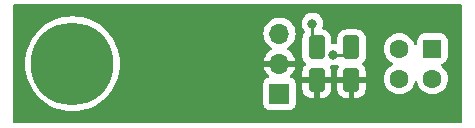
<source format=gbr>
%TF.SameCoordinates,Original*%
%TF.FileFunction,Copper,L2,Bot*%
%TF.FilePolarity,Positive*%
%FSLAX46Y46*%
G04 Gerber Fmt 4.6, Leading zero omitted, Abs format (unit mm)*
G04 Created by KiCad (PCBNEW (7.0.0)) date 2023-11-11 01:00:00*
%MOMM*%
%LPD*%
G01*
G04 APERTURE LIST*
G04 Aperture macros list*
%AMRoundRect*
0 Rectangle with rounded corners*
0 $1 Rounding radius*
0 $2 $3 $4 $5 $6 $7 $8 $9 X,Y pos of 4 corners*
0 Add a 4 corners polygon primitive as box body*
4,1,4,$2,$3,$4,$5,$6,$7,$8,$9,$2,$3,0*
0 Add four circle primitives for the rounded corners*
1,1,$1+$1,$2,$3*
1,1,$1+$1,$4,$5*
1,1,$1+$1,$6,$7*
1,1,$1+$1,$8,$9*
0 Add four rect primitives between the rounded corners*
20,1,$1+$1,$2,$3,$4,$5,0*
20,1,$1+$1,$4,$5,$6,$7,0*
20,1,$1+$1,$6,$7,$8,$9,0*
20,1,$1+$1,$8,$9,$2,$3,0*%
G04 Aperture macros list end*
%TA.AperFunction,ComponentPad*%
%ADD10R,1.700000X1.700000*%
%TD*%
%TA.AperFunction,ComponentPad*%
%ADD11O,1.700000X1.700000*%
%TD*%
%TA.AperFunction,ComponentPad*%
%ADD12C,3.900000*%
%TD*%
%TA.AperFunction,ConnectorPad*%
%ADD13C,7.000000*%
%TD*%
%TA.AperFunction,ComponentPad*%
%ADD14RoundRect,0.249600X0.550400X0.550400X-0.550400X0.550400X-0.550400X-0.550400X0.550400X-0.550400X0*%
%TD*%
%TA.AperFunction,ComponentPad*%
%ADD15C,1.600000*%
%TD*%
%TA.AperFunction,SMDPad,CuDef*%
%ADD16RoundRect,0.291200X-0.408800X0.708800X-0.408800X-0.708800X0.408800X-0.708800X0.408800X0.708800X0*%
%TD*%
%TA.AperFunction,ViaPad*%
%ADD17C,0.800000*%
%TD*%
%TA.AperFunction,Conductor*%
%ADD18C,0.250000*%
%TD*%
G04 APERTURE END LIST*
D10*
%TO.P,J0,1,Pin_1*%
%TO.N,Net-(J0-Pin_1)*%
X122935999Y-100314999D03*
D11*
%TO.P,J0,2,Pin_2*%
%TO.N,GND*%
X122935999Y-97774999D03*
%TO.P,J0,3,Pin_3*%
%TO.N,Net-(J0-Pin_3)*%
X122935999Y-95234999D03*
%TD*%
D12*
%TO.P,H0,1*%
%TO.N,N/C*%
X105410000Y-97790000D03*
D13*
X105410000Y-97790000D03*
%TD*%
D14*
%TO.P,U1,1,A*%
%TO.N,Net-(J0-Pin_1)*%
X135890000Y-96520000D03*
D15*
%TO.P,U1,2,K*%
%TO.N,Net-(U1-K)*%
X135890000Y-99060000D03*
%TO.P,U1,3,C*%
%TO.N,Net-(J0-Pin_1)*%
X133090000Y-99060000D03*
%TO.P,U1,4,E*%
%TO.N,Net-(J0-Pin_3)*%
X133090000Y-96520000D03*
%TD*%
D16*
%TO.P,R1,1*%
%TO.N,Net-(R1-Pad1)*%
X126082000Y-96390000D03*
%TO.P,R1,2*%
%TO.N,GND*%
X126082000Y-99190000D03*
%TD*%
%TO.P,R2,1*%
%TO.N,Net-(J0-Pin_3)*%
X129032000Y-96390000D03*
%TO.P,R2,2*%
%TO.N,GND*%
X129032000Y-99190000D03*
%TD*%
D17*
%TO.N,Net-(J0-Pin_3)*%
X127508000Y-97028000D03*
%TO.N,Net-(R1-Pad1)*%
X125730000Y-94386400D03*
%TD*%
D18*
%TO.N,Net-(J0-Pin_3)*%
X127508000Y-97028000D02*
X128394000Y-97028000D01*
X128394000Y-97028000D02*
X129032000Y-96390000D01*
%TO.N,Net-(R1-Pad1)*%
X125730000Y-94386400D02*
X125730000Y-96038000D01*
X125730000Y-96038000D02*
X126082000Y-96390000D01*
%TD*%
%TA.AperFunction,Conductor*%
%TO.N,GND*%
G36*
X138342500Y-92752113D02*
G01*
X138387887Y-92797500D01*
X138404500Y-92859500D01*
X138404500Y-102720500D01*
X138387887Y-102782500D01*
X138342500Y-102827887D01*
X138280500Y-102844500D01*
X100479500Y-102844500D01*
X100417500Y-102827887D01*
X100372113Y-102782500D01*
X100355500Y-102720500D01*
X100355500Y-97790000D01*
X101396666Y-97790000D01*
X101396815Y-97793033D01*
X101415841Y-98180335D01*
X101415842Y-98180347D01*
X101415991Y-98183376D01*
X101416435Y-98186372D01*
X101416437Y-98186388D01*
X101473336Y-98569964D01*
X101473781Y-98572963D01*
X101474515Y-98575894D01*
X101474517Y-98575903D01*
X101568740Y-98952062D01*
X101568744Y-98952077D01*
X101569479Y-98955009D01*
X101702163Y-99325836D01*
X101703461Y-99328580D01*
X101703465Y-99328590D01*
X101791226Y-99514146D01*
X101870555Y-99681873D01*
X102073035Y-100019689D01*
X102307651Y-100336032D01*
X102572144Y-100627856D01*
X102863968Y-100892349D01*
X103180311Y-101126965D01*
X103518127Y-101329445D01*
X103874164Y-101497837D01*
X104244991Y-101630521D01*
X104627037Y-101726219D01*
X105016624Y-101784009D01*
X105410000Y-101803334D01*
X105803376Y-101784009D01*
X106192963Y-101726219D01*
X106575009Y-101630521D01*
X106945836Y-101497837D01*
X107301873Y-101329445D01*
X107495084Y-101213638D01*
X121577500Y-101213638D01*
X121584011Y-101274201D01*
X121586717Y-101281458D01*
X121586719Y-101281463D01*
X121604616Y-101329445D01*
X121635111Y-101411204D01*
X121722739Y-101528261D01*
X121839796Y-101615889D01*
X121976799Y-101666989D01*
X122037362Y-101673500D01*
X123831328Y-101673500D01*
X123834638Y-101673500D01*
X123895201Y-101666989D01*
X124032204Y-101615889D01*
X124149261Y-101528261D01*
X124236889Y-101411204D01*
X124287989Y-101274201D01*
X124294500Y-101213638D01*
X124294500Y-99939743D01*
X124882001Y-99939743D01*
X124882391Y-99946694D01*
X124896177Y-100069050D01*
X124899256Y-100082545D01*
X124953544Y-100237692D01*
X124959545Y-100250152D01*
X125046993Y-100389325D01*
X125055629Y-100400154D01*
X125171845Y-100516370D01*
X125182674Y-100525006D01*
X125321847Y-100612454D01*
X125334307Y-100618455D01*
X125489452Y-100672742D01*
X125502950Y-100675823D01*
X125625306Y-100689609D01*
X125632255Y-100690000D01*
X125815674Y-100690000D01*
X125828549Y-100686549D01*
X125832000Y-100673674D01*
X125832000Y-100673673D01*
X126332000Y-100673673D01*
X126335450Y-100686548D01*
X126348326Y-100689999D01*
X126531743Y-100689999D01*
X126538694Y-100689608D01*
X126661050Y-100675822D01*
X126674545Y-100672743D01*
X126829692Y-100618455D01*
X126842152Y-100612454D01*
X126981325Y-100525006D01*
X126992154Y-100516370D01*
X127108370Y-100400154D01*
X127117006Y-100389325D01*
X127204454Y-100250152D01*
X127210455Y-100237692D01*
X127264742Y-100082547D01*
X127267823Y-100069049D01*
X127281609Y-99946693D01*
X127282000Y-99939745D01*
X127282000Y-99939743D01*
X127832001Y-99939743D01*
X127832391Y-99946694D01*
X127846177Y-100069050D01*
X127849256Y-100082545D01*
X127903544Y-100237692D01*
X127909545Y-100250152D01*
X127996993Y-100389325D01*
X128005629Y-100400154D01*
X128121845Y-100516370D01*
X128132674Y-100525006D01*
X128271847Y-100612454D01*
X128284307Y-100618455D01*
X128439452Y-100672742D01*
X128452950Y-100675823D01*
X128575306Y-100689609D01*
X128582255Y-100690000D01*
X128765674Y-100690000D01*
X128778549Y-100686549D01*
X128782000Y-100673674D01*
X128782000Y-100673673D01*
X129282000Y-100673673D01*
X129285450Y-100686548D01*
X129298326Y-100689999D01*
X129481743Y-100689999D01*
X129488694Y-100689608D01*
X129611050Y-100675822D01*
X129624545Y-100672743D01*
X129779692Y-100618455D01*
X129792152Y-100612454D01*
X129931325Y-100525006D01*
X129942154Y-100516370D01*
X130058370Y-100400154D01*
X130067006Y-100389325D01*
X130154454Y-100250152D01*
X130160455Y-100237692D01*
X130214742Y-100082547D01*
X130217823Y-100069049D01*
X130231609Y-99946693D01*
X130232000Y-99939745D01*
X130232000Y-99456326D01*
X130228549Y-99443450D01*
X130215674Y-99440000D01*
X129298326Y-99440000D01*
X129285450Y-99443450D01*
X129282000Y-99456326D01*
X129282000Y-100673673D01*
X128782000Y-100673673D01*
X128782000Y-99456326D01*
X128778549Y-99443450D01*
X128765674Y-99440000D01*
X127848327Y-99440000D01*
X127835451Y-99443450D01*
X127832001Y-99456326D01*
X127832001Y-99939743D01*
X127282000Y-99939743D01*
X127282000Y-99456326D01*
X127278549Y-99443450D01*
X127265674Y-99440000D01*
X126348326Y-99440000D01*
X126335450Y-99443450D01*
X126332000Y-99456326D01*
X126332000Y-100673673D01*
X125832000Y-100673673D01*
X125832000Y-99456326D01*
X125828549Y-99443450D01*
X125815674Y-99440000D01*
X124898327Y-99440000D01*
X124885451Y-99443450D01*
X124882001Y-99456326D01*
X124882001Y-99939743D01*
X124294500Y-99939743D01*
X124294500Y-99416362D01*
X124287989Y-99355799D01*
X124236889Y-99218796D01*
X124149261Y-99101739D01*
X124093504Y-99060000D01*
X131776502Y-99060000D01*
X131776974Y-99065395D01*
X131795984Y-99282688D01*
X131795985Y-99282695D01*
X131796457Y-99288087D01*
X131797856Y-99293308D01*
X131797858Y-99293319D01*
X131854316Y-99504021D01*
X131854318Y-99504028D01*
X131855716Y-99509243D01*
X131952477Y-99716749D01*
X131955584Y-99721186D01*
X132080696Y-99899865D01*
X132080699Y-99899869D01*
X132083802Y-99904300D01*
X132245700Y-100066198D01*
X132250132Y-100069301D01*
X132250134Y-100069303D01*
X132315459Y-100115044D01*
X132433251Y-100197523D01*
X132640757Y-100294284D01*
X132645977Y-100295682D01*
X132645978Y-100295683D01*
X132856680Y-100352141D01*
X132856682Y-100352141D01*
X132861913Y-100353543D01*
X133090000Y-100373498D01*
X133318087Y-100353543D01*
X133539243Y-100294284D01*
X133746749Y-100197523D01*
X133934300Y-100066198D01*
X134096198Y-99904300D01*
X134227523Y-99716749D01*
X134324284Y-99509243D01*
X134370225Y-99337789D01*
X134402319Y-99282203D01*
X134457906Y-99250109D01*
X134522094Y-99250109D01*
X134577681Y-99282203D01*
X134609775Y-99337790D01*
X134654316Y-99504021D01*
X134654318Y-99504028D01*
X134655716Y-99509243D01*
X134752477Y-99716749D01*
X134755584Y-99721186D01*
X134880696Y-99899865D01*
X134880699Y-99899869D01*
X134883802Y-99904300D01*
X135045700Y-100066198D01*
X135050132Y-100069301D01*
X135050134Y-100069303D01*
X135115459Y-100115044D01*
X135233251Y-100197523D01*
X135440757Y-100294284D01*
X135445977Y-100295682D01*
X135445978Y-100295683D01*
X135656680Y-100352141D01*
X135656682Y-100352141D01*
X135661913Y-100353543D01*
X135890000Y-100373498D01*
X136118087Y-100353543D01*
X136339243Y-100294284D01*
X136546749Y-100197523D01*
X136734300Y-100066198D01*
X136896198Y-99904300D01*
X137027523Y-99716749D01*
X137124284Y-99509243D01*
X137183543Y-99288087D01*
X137203498Y-99060000D01*
X137183543Y-98831913D01*
X137124284Y-98610757D01*
X137027523Y-98403251D01*
X136896198Y-98215700D01*
X136734300Y-98053802D01*
X136729867Y-98050698D01*
X136729860Y-98050692D01*
X136663035Y-98003901D01*
X136620299Y-97951440D01*
X136611467Y-97884354D01*
X136639169Y-97822620D01*
X136695154Y-97784620D01*
X136762968Y-97762149D01*
X136913802Y-97669114D01*
X137039114Y-97543802D01*
X137132149Y-97392968D01*
X137187893Y-97224745D01*
X137198500Y-97120918D01*
X137198500Y-95919082D01*
X137187893Y-95815255D01*
X137132149Y-95647032D01*
X137039114Y-95496198D01*
X136913802Y-95370886D01*
X136762968Y-95277851D01*
X136756116Y-95275580D01*
X136756113Y-95275579D01*
X136607872Y-95226457D01*
X136594745Y-95222107D01*
X136588012Y-95221419D01*
X136588007Y-95221418D01*
X136494049Y-95211819D01*
X136494032Y-95211818D01*
X136490918Y-95211500D01*
X135289082Y-95211500D01*
X135285968Y-95211818D01*
X135285950Y-95211819D01*
X135191992Y-95221418D01*
X135191985Y-95221419D01*
X135185255Y-95222107D01*
X135178827Y-95224236D01*
X135178827Y-95224237D01*
X135023886Y-95275579D01*
X135023880Y-95275581D01*
X135017032Y-95277851D01*
X135010888Y-95281640D01*
X135010887Y-95281641D01*
X135000575Y-95288002D01*
X134866198Y-95370886D01*
X134861090Y-95375993D01*
X134861086Y-95375997D01*
X134745997Y-95491086D01*
X134745993Y-95491090D01*
X134740886Y-95496198D01*
X134737094Y-95502345D01*
X134737093Y-95502347D01*
X134730028Y-95513802D01*
X134647851Y-95647032D01*
X134645581Y-95653880D01*
X134645579Y-95653886D01*
X134636160Y-95682312D01*
X134592107Y-95815255D01*
X134591419Y-95821985D01*
X134591418Y-95821992D01*
X134581819Y-95915950D01*
X134581818Y-95915968D01*
X134581500Y-95919082D01*
X134581500Y-95922231D01*
X134581500Y-96088825D01*
X134567489Y-96146082D01*
X134528624Y-96190400D01*
X134473685Y-96211764D01*
X134415090Y-96205347D01*
X134366078Y-96172598D01*
X134337725Y-96120919D01*
X134325683Y-96075978D01*
X134325682Y-96075977D01*
X134324284Y-96070757D01*
X134227523Y-95863251D01*
X134096198Y-95675700D01*
X133934300Y-95513802D01*
X133929869Y-95510699D01*
X133929865Y-95510696D01*
X133751186Y-95385584D01*
X133751187Y-95385584D01*
X133746749Y-95382477D01*
X133652639Y-95338593D01*
X133544146Y-95288002D01*
X133544143Y-95288000D01*
X133539243Y-95285716D01*
X133534028Y-95284318D01*
X133534021Y-95284316D01*
X133323319Y-95227858D01*
X133323308Y-95227856D01*
X133318087Y-95226457D01*
X133312695Y-95225985D01*
X133312688Y-95225984D01*
X133095395Y-95206974D01*
X133090000Y-95206502D01*
X133084605Y-95206974D01*
X132867311Y-95225984D01*
X132867302Y-95225985D01*
X132861913Y-95226457D01*
X132856692Y-95227855D01*
X132856680Y-95227858D01*
X132645978Y-95284316D01*
X132645967Y-95284319D01*
X132640757Y-95285716D01*
X132635860Y-95287999D01*
X132635853Y-95288002D01*
X132438165Y-95380185D01*
X132438159Y-95380188D01*
X132433251Y-95382477D01*
X132428817Y-95385581D01*
X132428813Y-95385584D01*
X132250134Y-95510696D01*
X132250124Y-95510703D01*
X132245700Y-95513802D01*
X132241874Y-95517627D01*
X132241868Y-95517633D01*
X132087633Y-95671868D01*
X132087627Y-95671874D01*
X132083802Y-95675700D01*
X132080703Y-95680124D01*
X132080696Y-95680134D01*
X131955584Y-95858813D01*
X131955581Y-95858817D01*
X131952477Y-95863251D01*
X131950188Y-95868159D01*
X131950185Y-95868165D01*
X131858002Y-96065853D01*
X131857999Y-96065860D01*
X131855716Y-96070757D01*
X131854319Y-96075967D01*
X131854316Y-96075978D01*
X131797858Y-96286680D01*
X131797855Y-96286692D01*
X131796457Y-96291913D01*
X131795985Y-96297302D01*
X131795984Y-96297311D01*
X131779709Y-96483342D01*
X131776502Y-96520000D01*
X131776974Y-96525395D01*
X131795984Y-96742688D01*
X131795985Y-96742695D01*
X131796457Y-96748087D01*
X131797856Y-96753308D01*
X131797858Y-96753319D01*
X131854316Y-96964021D01*
X131854318Y-96964028D01*
X131855716Y-96969243D01*
X131858000Y-96974143D01*
X131858002Y-96974146D01*
X131938686Y-97147174D01*
X131952477Y-97176749D01*
X131955584Y-97181186D01*
X132080696Y-97359865D01*
X132080699Y-97359869D01*
X132083802Y-97364300D01*
X132245700Y-97526198D01*
X132433251Y-97657523D01*
X132476346Y-97677618D01*
X132528521Y-97723375D01*
X132547941Y-97790000D01*
X132528521Y-97856625D01*
X132476346Y-97902381D01*
X132458348Y-97910773D01*
X132438161Y-97920187D01*
X132438156Y-97920189D01*
X132433251Y-97922477D01*
X132428817Y-97925581D01*
X132428813Y-97925584D01*
X132250134Y-98050696D01*
X132250124Y-98050703D01*
X132245700Y-98053802D01*
X132241874Y-98057627D01*
X132241868Y-98057633D01*
X132087633Y-98211868D01*
X132087627Y-98211874D01*
X132083802Y-98215700D01*
X132080703Y-98220124D01*
X132080696Y-98220134D01*
X131955584Y-98398813D01*
X131955581Y-98398817D01*
X131952477Y-98403251D01*
X131950188Y-98408159D01*
X131950185Y-98408165D01*
X131858002Y-98605853D01*
X131857999Y-98605860D01*
X131855716Y-98610757D01*
X131854319Y-98615967D01*
X131854316Y-98615978D01*
X131797858Y-98826680D01*
X131797855Y-98826692D01*
X131796457Y-98831913D01*
X131795985Y-98837302D01*
X131795984Y-98837311D01*
X131784987Y-98963011D01*
X131776502Y-99060000D01*
X124093504Y-99060000D01*
X124039304Y-99019426D01*
X124039303Y-99019425D01*
X124032204Y-99014111D01*
X124023896Y-99011012D01*
X124023894Y-99011011D01*
X123937432Y-98978762D01*
X123902618Y-98965777D01*
X123852240Y-98930798D01*
X123824787Y-98875954D01*
X123826976Y-98814661D01*
X123858272Y-98761914D01*
X123970284Y-98649902D01*
X123977215Y-98641643D01*
X124106498Y-98457008D01*
X124111886Y-98447676D01*
X124207143Y-98243397D01*
X124210831Y-98233263D01*
X124262943Y-98038780D01*
X124263311Y-98027551D01*
X124252369Y-98025000D01*
X121619631Y-98025000D01*
X121608688Y-98027551D01*
X121609056Y-98038780D01*
X121661168Y-98233263D01*
X121664856Y-98243397D01*
X121760113Y-98447676D01*
X121765501Y-98457008D01*
X121894784Y-98641643D01*
X121901721Y-98649909D01*
X122013727Y-98761915D01*
X122045023Y-98814661D01*
X122047212Y-98875954D01*
X122019759Y-98930798D01*
X121969380Y-98965778D01*
X121848105Y-99011011D01*
X121848099Y-99011013D01*
X121839796Y-99014111D01*
X121832698Y-99019423D01*
X121832695Y-99019426D01*
X121729835Y-99096426D01*
X121729831Y-99096429D01*
X121722739Y-99101739D01*
X121717429Y-99108831D01*
X121717426Y-99108835D01*
X121640426Y-99211695D01*
X121640423Y-99211698D01*
X121635111Y-99218796D01*
X121632013Y-99227099D01*
X121632011Y-99227105D01*
X121586719Y-99348536D01*
X121586717Y-99348543D01*
X121584011Y-99355799D01*
X121583182Y-99363500D01*
X121583182Y-99363505D01*
X121577853Y-99413075D01*
X121577500Y-99416362D01*
X121577500Y-101213638D01*
X107495084Y-101213638D01*
X107639689Y-101126965D01*
X107956032Y-100892349D01*
X108247856Y-100627856D01*
X108512349Y-100336032D01*
X108746965Y-100019689D01*
X108949445Y-99681873D01*
X109117837Y-99325836D01*
X109250521Y-98955009D01*
X109346219Y-98572963D01*
X109404009Y-98183376D01*
X109423334Y-97790000D01*
X109404009Y-97396624D01*
X109346219Y-97007037D01*
X109250521Y-96624991D01*
X109117837Y-96254164D01*
X108949445Y-95898127D01*
X108746965Y-95560311D01*
X108512349Y-95243968D01*
X108504221Y-95235000D01*
X121572844Y-95235000D01*
X121573268Y-95240117D01*
X121591011Y-95454248D01*
X121591012Y-95454256D01*
X121591436Y-95459368D01*
X121592693Y-95464335D01*
X121592695Y-95464342D01*
X121636239Y-95636291D01*
X121646704Y-95677616D01*
X121648764Y-95682312D01*
X121735080Y-95879096D01*
X121735083Y-95879101D01*
X121737140Y-95883791D01*
X121760197Y-95919082D01*
X121857474Y-96067977D01*
X121857477Y-96067981D01*
X121860278Y-96072268D01*
X121863752Y-96076041D01*
X121863753Y-96076043D01*
X122009288Y-96234135D01*
X122009291Y-96234138D01*
X122012760Y-96237906D01*
X122063278Y-96277226D01*
X122186376Y-96373039D01*
X122186381Y-96373042D01*
X122190424Y-96376189D01*
X122233691Y-96399604D01*
X122233695Y-96399606D01*
X122279335Y-96442155D01*
X122298475Y-96501545D01*
X122286267Y-96562737D01*
X122245803Y-96610236D01*
X122069352Y-96733788D01*
X122061092Y-96740719D01*
X121901719Y-96900092D01*
X121894784Y-96908357D01*
X121765508Y-97092982D01*
X121760110Y-97102332D01*
X121664856Y-97306602D01*
X121661168Y-97316736D01*
X121609056Y-97511219D01*
X121608688Y-97522448D01*
X121619631Y-97525000D01*
X124252369Y-97525000D01*
X124263311Y-97522448D01*
X124262943Y-97511219D01*
X124210831Y-97316736D01*
X124207143Y-97306602D01*
X124111889Y-97102332D01*
X124106491Y-97092982D01*
X123977215Y-96908357D01*
X123970280Y-96900092D01*
X123810909Y-96740721D01*
X123802635Y-96733778D01*
X123626198Y-96610234D01*
X123585734Y-96562735D01*
X123573526Y-96501543D01*
X123592666Y-96442153D01*
X123638304Y-96399606D01*
X123681576Y-96376189D01*
X123859240Y-96237906D01*
X124011722Y-96072268D01*
X124134860Y-95883791D01*
X124225296Y-95677616D01*
X124280564Y-95459368D01*
X124299156Y-95235000D01*
X124280564Y-95010632D01*
X124225296Y-94792384D01*
X124134860Y-94586209D01*
X124011722Y-94397732D01*
X124001290Y-94386400D01*
X124816496Y-94386400D01*
X124817175Y-94392860D01*
X124835778Y-94569867D01*
X124835779Y-94569875D01*
X124836458Y-94576328D01*
X124838463Y-94582500D01*
X124838465Y-94582507D01*
X124872629Y-94687651D01*
X124895473Y-94757956D01*
X124898720Y-94763580D01*
X124898721Y-94763582D01*
X124922112Y-94804097D01*
X124990960Y-94923344D01*
X124995304Y-94928169D01*
X124995306Y-94928171D01*
X125058696Y-94998572D01*
X125087367Y-95053648D01*
X125085744Y-95115719D01*
X125054232Y-95169221D01*
X125048939Y-95174513D01*
X125048935Y-95174517D01*
X125044013Y-95179440D01*
X125040308Y-95185335D01*
X125040305Y-95185340D01*
X124951837Y-95326136D01*
X124951833Y-95326143D01*
X124948136Y-95332028D01*
X124945840Y-95338586D01*
X124945838Y-95338593D01*
X124905369Y-95454248D01*
X124888617Y-95502124D01*
X124887837Y-95509043D01*
X124887837Y-95509045D01*
X124873891Y-95632825D01*
X124873500Y-95636291D01*
X124873500Y-95639773D01*
X124873500Y-95639774D01*
X124873500Y-97140222D01*
X124873500Y-97140239D01*
X124873501Y-97143708D01*
X124873890Y-97147165D01*
X124873891Y-97147174D01*
X124877723Y-97181186D01*
X124888617Y-97277876D01*
X124890913Y-97284440D01*
X124890915Y-97284445D01*
X124931039Y-97399112D01*
X124948136Y-97447972D01*
X124951835Y-97453859D01*
X124951837Y-97453863D01*
X125011561Y-97548913D01*
X125044013Y-97600560D01*
X125048940Y-97605487D01*
X125048941Y-97605488D01*
X125151783Y-97708330D01*
X125183877Y-97763917D01*
X125183877Y-97828105D01*
X125151783Y-97883692D01*
X125055629Y-97979845D01*
X125046993Y-97990674D01*
X124959545Y-98129847D01*
X124953544Y-98142307D01*
X124899257Y-98297452D01*
X124896176Y-98310950D01*
X124882390Y-98433306D01*
X124882000Y-98440255D01*
X124882000Y-98923674D01*
X124885450Y-98936549D01*
X124898326Y-98940000D01*
X127265673Y-98940000D01*
X127278548Y-98936549D01*
X127281999Y-98923674D01*
X127281999Y-98440257D01*
X127281608Y-98433305D01*
X127267822Y-98310949D01*
X127264743Y-98297454D01*
X127210455Y-98142307D01*
X127204453Y-98129845D01*
X127188129Y-98103865D01*
X127169655Y-98049378D01*
X127177761Y-97992418D01*
X127210703Y-97945247D01*
X127261387Y-97918022D01*
X127318901Y-97916602D01*
X127412513Y-97936500D01*
X127596984Y-97936500D01*
X127603487Y-97936500D01*
X127790288Y-97896794D01*
X127796236Y-97894145D01*
X127799427Y-97893109D01*
X127859339Y-97888933D01*
X127914186Y-97913400D01*
X127951103Y-97960771D01*
X127961430Y-98019933D01*
X127942744Y-98077009D01*
X127909546Y-98129844D01*
X127903544Y-98142307D01*
X127849257Y-98297452D01*
X127846176Y-98310950D01*
X127832390Y-98433306D01*
X127832000Y-98440255D01*
X127832000Y-98923674D01*
X127835450Y-98936549D01*
X127848326Y-98940000D01*
X130215673Y-98940000D01*
X130228548Y-98936549D01*
X130231999Y-98923674D01*
X130231999Y-98440257D01*
X130231608Y-98433305D01*
X130217822Y-98310949D01*
X130214743Y-98297454D01*
X130160455Y-98142307D01*
X130154454Y-98129847D01*
X130067006Y-97990674D01*
X130058370Y-97979845D01*
X129962217Y-97883692D01*
X129930123Y-97828105D01*
X129930123Y-97763917D01*
X129962217Y-97708330D01*
X130013024Y-97657523D01*
X130069987Y-97600560D01*
X130165864Y-97447972D01*
X130225383Y-97277876D01*
X130240500Y-97143709D01*
X130240499Y-95636292D01*
X130225383Y-95502124D01*
X130165864Y-95332028D01*
X130131822Y-95277851D01*
X130108113Y-95240117D01*
X130069987Y-95179440D01*
X129942560Y-95052013D01*
X129936659Y-95048305D01*
X129795863Y-94959837D01*
X129795859Y-94959835D01*
X129789972Y-94956136D01*
X129783409Y-94953839D01*
X129783406Y-94953838D01*
X129626446Y-94898916D01*
X129619876Y-94896617D01*
X129612954Y-94895837D01*
X129489173Y-94881890D01*
X129489167Y-94881889D01*
X129485709Y-94881500D01*
X129482225Y-94881500D01*
X128581777Y-94881500D01*
X128581759Y-94881500D01*
X128578292Y-94881501D01*
X128574835Y-94881890D01*
X128574825Y-94881891D01*
X128451044Y-94895837D01*
X128451040Y-94895837D01*
X128444124Y-94896617D01*
X128437561Y-94898913D01*
X128437554Y-94898915D01*
X128280593Y-94953838D01*
X128280586Y-94953840D01*
X128274028Y-94956136D01*
X128268143Y-94959833D01*
X128268136Y-94959837D01*
X128127340Y-95048305D01*
X128127335Y-95048308D01*
X128121440Y-95052013D01*
X128116515Y-95056937D01*
X128116511Y-95056941D01*
X127998941Y-95174511D01*
X127998937Y-95174515D01*
X127994013Y-95179440D01*
X127990308Y-95185335D01*
X127990305Y-95185340D01*
X127901837Y-95326136D01*
X127901833Y-95326143D01*
X127898136Y-95332028D01*
X127895840Y-95338586D01*
X127895838Y-95338593D01*
X127855369Y-95454248D01*
X127838617Y-95502124D01*
X127837837Y-95509043D01*
X127837837Y-95509045D01*
X127823891Y-95632825D01*
X127823500Y-95636291D01*
X127823500Y-95639774D01*
X127823500Y-95639775D01*
X127823500Y-96013138D01*
X127811421Y-96066521D01*
X127777536Y-96109504D01*
X127728448Y-96133712D01*
X127673719Y-96134428D01*
X127609850Y-96120852D01*
X127609845Y-96120851D01*
X127603487Y-96119500D01*
X127414499Y-96119500D01*
X127352499Y-96102887D01*
X127307112Y-96057500D01*
X127290499Y-95995500D01*
X127290499Y-95639777D01*
X127290499Y-95639774D01*
X127290499Y-95636292D01*
X127275383Y-95502124D01*
X127215864Y-95332028D01*
X127181822Y-95277851D01*
X127158113Y-95240117D01*
X127119987Y-95179440D01*
X126992560Y-95052013D01*
X126986659Y-95048305D01*
X126845863Y-94959837D01*
X126845859Y-94959835D01*
X126839972Y-94956136D01*
X126833409Y-94953839D01*
X126833406Y-94953838D01*
X126676443Y-94898914D01*
X126676435Y-94898912D01*
X126669876Y-94896617D01*
X126662961Y-94895837D01*
X126661875Y-94895590D01*
X126602444Y-94863034D01*
X126569002Y-94804097D01*
X126571535Y-94736385D01*
X126623542Y-94576328D01*
X126643504Y-94386400D01*
X126623542Y-94196472D01*
X126564527Y-94014844D01*
X126469040Y-93849456D01*
X126341253Y-93707534D01*
X126336003Y-93703719D01*
X126335999Y-93703716D01*
X126192006Y-93599099D01*
X126192004Y-93599097D01*
X126186752Y-93595282D01*
X126180821Y-93592641D01*
X126180817Y-93592639D01*
X126018226Y-93520249D01*
X126018219Y-93520246D01*
X126012288Y-93517606D01*
X126005935Y-93516255D01*
X126005927Y-93516253D01*
X125831849Y-93479252D01*
X125831846Y-93479251D01*
X125825487Y-93477900D01*
X125634513Y-93477900D01*
X125628154Y-93479251D01*
X125628150Y-93479252D01*
X125454072Y-93516253D01*
X125454061Y-93516256D01*
X125447712Y-93517606D01*
X125441782Y-93520245D01*
X125441773Y-93520249D01*
X125279182Y-93592639D01*
X125279174Y-93592643D01*
X125273248Y-93595282D01*
X125267999Y-93599095D01*
X125267993Y-93599099D01*
X125124000Y-93703716D01*
X125123991Y-93703723D01*
X125118747Y-93707534D01*
X125114403Y-93712357D01*
X125114400Y-93712361D01*
X125056500Y-93776666D01*
X124990960Y-93849456D01*
X124987714Y-93855076D01*
X124987711Y-93855082D01*
X124898721Y-94009217D01*
X124898718Y-94009222D01*
X124895473Y-94014844D01*
X124893467Y-94021016D01*
X124893465Y-94021022D01*
X124838465Y-94190292D01*
X124838463Y-94190301D01*
X124836458Y-94196472D01*
X124835780Y-94202922D01*
X124835778Y-94202932D01*
X124817778Y-94374195D01*
X124816496Y-94386400D01*
X124001290Y-94386400D01*
X123995343Y-94379940D01*
X123862711Y-94235864D01*
X123862708Y-94235861D01*
X123859240Y-94232094D01*
X123821773Y-94202932D01*
X123685623Y-94096960D01*
X123685615Y-94096955D01*
X123681576Y-94093811D01*
X123677071Y-94091373D01*
X123677065Y-94091369D01*
X123488080Y-93989096D01*
X123488074Y-93989093D01*
X123483574Y-93986658D01*
X123478733Y-93984996D01*
X123478726Y-93984993D01*
X123275488Y-93915222D01*
X123275487Y-93915221D01*
X123270635Y-93913556D01*
X123265585Y-93912713D01*
X123265576Y-93912711D01*
X123053631Y-93877344D01*
X123053622Y-93877343D01*
X123048569Y-93876500D01*
X122823431Y-93876500D01*
X122818378Y-93877343D01*
X122818368Y-93877344D01*
X122606423Y-93912711D01*
X122606411Y-93912713D01*
X122601365Y-93913556D01*
X122596515Y-93915220D01*
X122596511Y-93915222D01*
X122393273Y-93984993D01*
X122393262Y-93984997D01*
X122388426Y-93986658D01*
X122383929Y-93989091D01*
X122383919Y-93989096D01*
X122194934Y-94091369D01*
X122194922Y-94091376D01*
X122190424Y-94093811D01*
X122186389Y-94096951D01*
X122186376Y-94096960D01*
X122016801Y-94228948D01*
X122016795Y-94228952D01*
X122012760Y-94232094D01*
X122009297Y-94235855D01*
X122009288Y-94235864D01*
X121863753Y-94393956D01*
X121863747Y-94393963D01*
X121860278Y-94397732D01*
X121857481Y-94402012D01*
X121857474Y-94402022D01*
X121739942Y-94581920D01*
X121737140Y-94586209D01*
X121735085Y-94590892D01*
X121735080Y-94590903D01*
X121648764Y-94787687D01*
X121646704Y-94792384D01*
X121645446Y-94797349D01*
X121645445Y-94797354D01*
X121592695Y-95005657D01*
X121592693Y-95005666D01*
X121591436Y-95010632D01*
X121591012Y-95015741D01*
X121591011Y-95015751D01*
X121577856Y-95174511D01*
X121572844Y-95235000D01*
X108504221Y-95235000D01*
X108247856Y-94952144D01*
X107956032Y-94687651D01*
X107639689Y-94453035D01*
X107301873Y-94250555D01*
X107201182Y-94202932D01*
X106948590Y-94083465D01*
X106948580Y-94083461D01*
X106945836Y-94082163D01*
X106942962Y-94081134D01*
X106942958Y-94081133D01*
X106577876Y-93950505D01*
X106577879Y-93950505D01*
X106575009Y-93949479D01*
X106572077Y-93948744D01*
X106572062Y-93948740D01*
X106195903Y-93854517D01*
X106195894Y-93854515D01*
X106192963Y-93853781D01*
X106189966Y-93853336D01*
X106189964Y-93853336D01*
X105806388Y-93796437D01*
X105806372Y-93796435D01*
X105803376Y-93795991D01*
X105800347Y-93795842D01*
X105800335Y-93795841D01*
X105413033Y-93776815D01*
X105410000Y-93776666D01*
X105406967Y-93776815D01*
X105019664Y-93795841D01*
X105019650Y-93795842D01*
X105016624Y-93795991D01*
X105013629Y-93796435D01*
X105013611Y-93796437D01*
X104630035Y-93853336D01*
X104630029Y-93853337D01*
X104627037Y-93853781D01*
X104624109Y-93854514D01*
X104624096Y-93854517D01*
X104247937Y-93948740D01*
X104247916Y-93948746D01*
X104244991Y-93949479D01*
X104242126Y-93950503D01*
X104242123Y-93950505D01*
X103877041Y-94081133D01*
X103877030Y-94081137D01*
X103874164Y-94082163D01*
X103871426Y-94083457D01*
X103871409Y-94083465D01*
X103520879Y-94249253D01*
X103520872Y-94249256D01*
X103518127Y-94250555D01*
X103515518Y-94252118D01*
X103515510Y-94252123D01*
X103182916Y-94451473D01*
X103182907Y-94451478D01*
X103180311Y-94453035D01*
X103177883Y-94454834D01*
X103177875Y-94454841D01*
X102866411Y-94685839D01*
X102863968Y-94687651D01*
X102861716Y-94689691D01*
X102861710Y-94689697D01*
X102574396Y-94950102D01*
X102574386Y-94950111D01*
X102572144Y-94952144D01*
X102570111Y-94954386D01*
X102570102Y-94954396D01*
X102309697Y-95241710D01*
X102309691Y-95241716D01*
X102307651Y-95243968D01*
X102305840Y-95246409D01*
X102305839Y-95246411D01*
X102074841Y-95557875D01*
X102074834Y-95557883D01*
X102073035Y-95560311D01*
X102071478Y-95562907D01*
X102071473Y-95562916D01*
X101872123Y-95895510D01*
X101872118Y-95895518D01*
X101870555Y-95898127D01*
X101869256Y-95900872D01*
X101869253Y-95900879D01*
X101703465Y-96251409D01*
X101703457Y-96251426D01*
X101702163Y-96254164D01*
X101701137Y-96257030D01*
X101701133Y-96257041D01*
X101574759Y-96610234D01*
X101569479Y-96624991D01*
X101568746Y-96627916D01*
X101568740Y-96627937D01*
X101474517Y-97004096D01*
X101474514Y-97004109D01*
X101473781Y-97007037D01*
X101473337Y-97010029D01*
X101473336Y-97010035D01*
X101416437Y-97393611D01*
X101416435Y-97393629D01*
X101415991Y-97396624D01*
X101415842Y-97399650D01*
X101415841Y-97399664D01*
X101402418Y-97672906D01*
X101396666Y-97790000D01*
X100355500Y-97790000D01*
X100355500Y-92859500D01*
X100372113Y-92797500D01*
X100417500Y-92752113D01*
X100479500Y-92735500D01*
X138280500Y-92735500D01*
X138342500Y-92752113D01*
G37*
%TD.AperFunction*%
%TD*%
M02*

</source>
